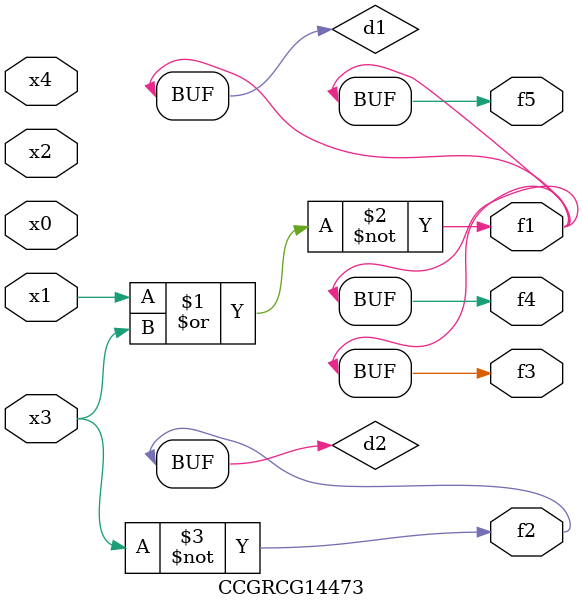
<source format=v>
module CCGRCG14473(
	input x0, x1, x2, x3, x4,
	output f1, f2, f3, f4, f5
);

	wire d1, d2;

	nor (d1, x1, x3);
	not (d2, x3);
	assign f1 = d1;
	assign f2 = d2;
	assign f3 = d1;
	assign f4 = d1;
	assign f5 = d1;
endmodule

</source>
